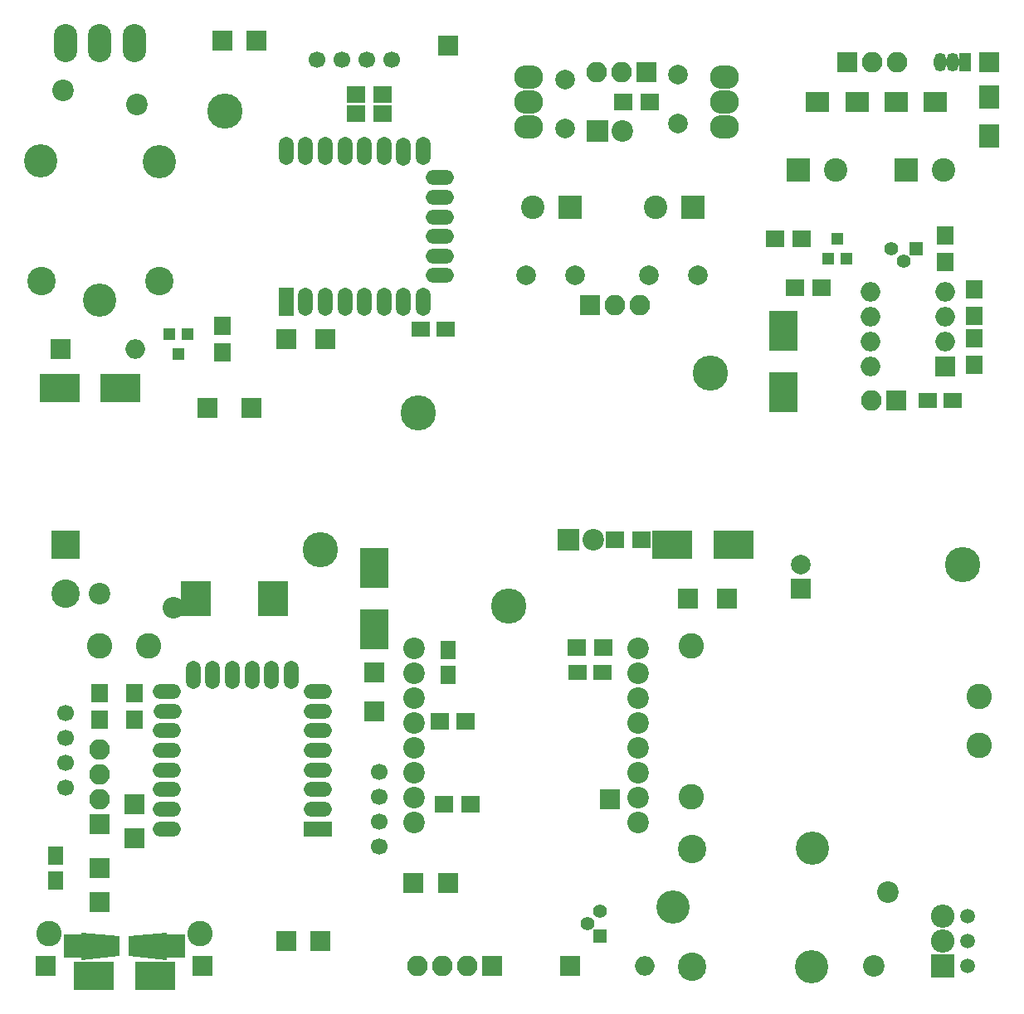
<source format=gts>
G04 #@! TF.FileFunction,Soldermask,Top*
%FSLAX46Y46*%
G04 Gerber Fmt 4.6, Leading zero omitted, Abs format (unit mm)*
G04 Created by KiCad (PCBNEW 4.0.7) date 03/03/18 20:57:52*
%MOMM*%
%LPD*%
G01*
G04 APERTURE LIST*
%ADD10C,0.100000*%
%ADD11C,3.600000*%
%ADD12R,1.500000X2.900000*%
%ADD13O,1.500000X2.900000*%
%ADD14O,2.900000X1.500000*%
%ADD15R,1.900000X1.650000*%
%ADD16R,4.150000X2.900000*%
%ADD17R,1.650000X1.900000*%
%ADD18R,2.900000X4.150000*%
%ADD19R,2.000000X2.000000*%
%ADD20C,2.000000*%
%ADD21R,2.400000X2.400000*%
%ADD22C,2.400000*%
%ADD23R,2.400000X2.000000*%
%ADD24R,2.000000X2.400000*%
%ADD25O,2.000000X2.000000*%
%ADD26R,2.200000X2.200000*%
%ADD27C,2.200000*%
%ADD28R,2.100000X2.100000*%
%ADD29O,2.100000X2.100000*%
%ADD30C,2.900000*%
%ADD31C,3.400000*%
%ADD32C,1.400000*%
%ADD33R,1.400000X1.400000*%
%ADD34R,1.700000X1.900000*%
%ADD35R,1.900000X1.700000*%
%ADD36C,1.700000*%
%ADD37C,2.600000*%
%ADD38R,2.900000X1.500000*%
%ADD39O,1.300000X1.900000*%
%ADD40R,1.300000X1.900000*%
%ADD41O,2.940000X2.432000*%
%ADD42R,2.398980X2.398980*%
%ADD43R,3.100000X3.600000*%
%ADD44R,1.200000X1.300000*%
%ADD45O,2.398980X2.398980*%
%ADD46C,1.500000*%
%ADD47O,2.398980X3.900120*%
%ADD48R,2.900000X2.900000*%
G04 APERTURE END LIST*
D10*
D11*
X149250000Y-160250000D03*
X120250000Y-109750000D03*
X140000000Y-140500000D03*
X169750000Y-136500000D03*
X195500000Y-156000000D03*
D12*
X126500000Y-129200000D03*
D13*
X128500000Y-129200000D03*
X130500000Y-129200000D03*
X132500000Y-129200000D03*
X134500000Y-129200000D03*
X136500000Y-129200000D03*
X138500000Y-129200000D03*
X140500000Y-129200000D03*
X140500000Y-113800000D03*
X138500000Y-113900000D03*
X136500000Y-113800000D03*
X134500000Y-113800000D03*
X132500000Y-113800000D03*
X130500000Y-113800000D03*
X128500000Y-113800000D03*
X126500000Y-113800000D03*
D14*
X142200000Y-126510000D03*
X142200000Y-124510000D03*
X142200000Y-122510000D03*
X142200000Y-120510000D03*
X142200000Y-118510000D03*
X142200000Y-116510000D03*
D15*
X140250000Y-132000000D03*
X142750000Y-132000000D03*
D16*
X103375000Y-138000000D03*
X109625000Y-138000000D03*
D17*
X103000000Y-185750000D03*
X103000000Y-188250000D03*
D16*
X113125000Y-198000000D03*
X106875000Y-198000000D03*
D15*
X158750000Y-167000000D03*
X156250000Y-167000000D03*
D16*
X165875000Y-154000000D03*
X172125000Y-154000000D03*
D18*
X135500000Y-162625000D03*
X135500000Y-156375000D03*
D17*
X143000000Y-164750000D03*
X143000000Y-167250000D03*
D19*
X179000000Y-158500000D03*
D20*
X179000000Y-156000000D03*
D18*
X177250000Y-132125000D03*
X177250000Y-138375000D03*
D20*
X168500000Y-126500000D03*
X163500000Y-126500000D03*
X156000000Y-126500000D03*
X151000000Y-126500000D03*
D15*
X194500000Y-139250000D03*
X192000000Y-139250000D03*
D21*
X168000000Y-119500000D03*
D22*
X164200000Y-119500000D03*
D21*
X155500000Y-119500000D03*
D22*
X151700000Y-119500000D03*
D20*
X166500000Y-106000000D03*
X166500000Y-111000000D03*
X155000000Y-106500000D03*
X155000000Y-111500000D03*
D23*
X180750000Y-108750000D03*
X184750000Y-108750000D03*
X188750000Y-108750000D03*
X192750000Y-108750000D03*
D21*
X178750000Y-115750000D03*
D22*
X182550000Y-115750000D03*
D21*
X189750000Y-115750000D03*
D22*
X193550000Y-115750000D03*
D24*
X198250000Y-108250000D03*
X198250000Y-112250000D03*
D19*
X155500000Y-197000000D03*
D25*
X163120000Y-197000000D03*
D26*
X155300000Y-153450000D03*
D27*
X157840000Y-153450000D03*
D26*
X158250000Y-111750000D03*
D27*
X160790000Y-111750000D03*
D28*
X147500000Y-197000000D03*
D29*
X144960000Y-197000000D03*
X142420000Y-197000000D03*
X139880000Y-197000000D03*
D28*
X157500000Y-129500000D03*
D29*
X160040000Y-129500000D03*
X162580000Y-129500000D03*
D28*
X188750000Y-139250000D03*
D29*
X186210000Y-139250000D03*
D28*
X107500000Y-182500000D03*
D29*
X107500000Y-179960000D03*
X107500000Y-177420000D03*
X107500000Y-174880000D03*
D28*
X163250000Y-105750000D03*
D29*
X160710000Y-105750000D03*
X158170000Y-105750000D03*
D28*
X183750000Y-104750000D03*
D29*
X186290000Y-104750000D03*
X188830000Y-104750000D03*
D30*
X113550000Y-127050000D03*
D31*
X113550000Y-114850000D03*
X101500000Y-114800000D03*
D30*
X101550000Y-127050000D03*
D31*
X107500000Y-129000000D03*
D30*
X167950000Y-197050000D03*
D31*
X180150000Y-197050000D03*
X180200000Y-185000000D03*
D30*
X167950000Y-185050000D03*
D31*
X166000000Y-191000000D03*
D32*
X157230000Y-192730000D03*
X158500000Y-191460000D03*
D33*
X158500000Y-194000000D03*
D32*
X189480000Y-125020000D03*
X188210000Y-123750000D03*
D33*
X190750000Y-123750000D03*
D34*
X120000000Y-134350000D03*
X120000000Y-131650000D03*
D35*
X133650000Y-110000000D03*
X136350000Y-110000000D03*
X133650000Y-108000000D03*
X136350000Y-108000000D03*
X144850000Y-172000000D03*
X142150000Y-172000000D03*
X142650000Y-180500000D03*
X145350000Y-180500000D03*
X156150000Y-164500000D03*
X158850000Y-164500000D03*
X162750000Y-153450000D03*
X160050000Y-153450000D03*
D34*
X196750000Y-135600000D03*
X196750000Y-132900000D03*
X196750000Y-130600000D03*
X196750000Y-127900000D03*
X111000000Y-171850000D03*
X111000000Y-169150000D03*
D35*
X163600000Y-108750000D03*
X160900000Y-108750000D03*
X181100000Y-127750000D03*
X178400000Y-127750000D03*
D34*
X107500000Y-171850000D03*
X107500000Y-169150000D03*
D36*
X137310000Y-104500000D03*
X134770000Y-104500000D03*
X132230000Y-104500000D03*
X129690000Y-104500000D03*
X136000000Y-177190000D03*
X136000000Y-179730000D03*
X136000000Y-182270000D03*
X136000000Y-184810000D03*
X104000000Y-171190000D03*
X104000000Y-173730000D03*
X104000000Y-176270000D03*
X104000000Y-178810000D03*
D27*
X162430000Y-164610000D03*
X139570000Y-164610000D03*
X162430000Y-167150000D03*
X139570000Y-167150000D03*
X162430000Y-169690000D03*
X139570000Y-169690000D03*
X162430000Y-172230000D03*
X139570000Y-172230000D03*
X162430000Y-174770000D03*
X139570000Y-174770000D03*
X162430000Y-177310000D03*
X139570000Y-177310000D03*
X162430000Y-179850000D03*
X139570000Y-179850000D03*
X162430000Y-182390000D03*
X139570000Y-182390000D03*
D37*
X197200000Y-174500000D03*
X197200000Y-169500000D03*
X167800000Y-179700000D03*
X167800000Y-164300000D03*
D19*
X193750000Y-135750000D03*
D25*
X186130000Y-128130000D03*
X193750000Y-133210000D03*
X186130000Y-130670000D03*
X193750000Y-130670000D03*
X186130000Y-133210000D03*
X193750000Y-128130000D03*
X186130000Y-135750000D03*
D38*
X129700000Y-183000000D03*
D14*
X129700000Y-181000000D03*
X129700000Y-179000000D03*
X129700000Y-177000000D03*
X129700000Y-175000000D03*
X129700000Y-173000000D03*
X129700000Y-171000000D03*
X129700000Y-169000000D03*
X114300000Y-169000000D03*
X114400000Y-171000000D03*
X114300000Y-173000000D03*
X114300000Y-175000000D03*
X114300000Y-177000000D03*
X114300000Y-179000000D03*
X114300000Y-181000000D03*
X114300000Y-183000000D03*
D13*
X127010000Y-167300000D03*
X125010000Y-167300000D03*
X123010000Y-167300000D03*
X121010000Y-167300000D03*
X119010000Y-167300000D03*
X117010000Y-167300000D03*
D39*
X194480000Y-104750000D03*
X193210000Y-104750000D03*
D40*
X195750000Y-104750000D03*
D41*
X171250000Y-108750000D03*
X171250000Y-106210000D03*
X171250000Y-111290000D03*
X151250000Y-108750000D03*
X151250000Y-106210000D03*
X151250000Y-111290000D03*
D10*
G36*
X114363060Y-193601120D02*
X114363060Y-196398880D01*
X110462940Y-196000100D01*
X110462940Y-193999900D01*
X114363060Y-193601120D01*
X114363060Y-193601120D01*
G37*
G36*
X105636940Y-196398880D02*
X105636940Y-193601120D01*
X109537060Y-193999900D01*
X109537060Y-196000100D01*
X105636940Y-196398880D01*
X105636940Y-196398880D01*
G37*
D42*
X115001260Y-195000000D03*
X104998740Y-195000000D03*
D28*
X118000000Y-197000000D03*
X123000000Y-140000000D03*
D37*
X107500000Y-164300000D03*
X112500000Y-164300000D03*
X102300000Y-193700000D03*
X117700000Y-193700000D03*
D28*
X118500000Y-140000000D03*
X102000000Y-197000000D03*
X143000000Y-103000000D03*
X130500000Y-133000000D03*
X167500000Y-159500000D03*
X135500000Y-167000000D03*
X171500000Y-159500000D03*
X135500000Y-171000000D03*
X159500000Y-180000000D03*
X130000000Y-194500000D03*
X126500000Y-194500000D03*
X107500000Y-187000000D03*
X198250000Y-104750000D03*
X107500000Y-190500000D03*
X143000000Y-188500000D03*
X111000000Y-180500000D03*
X139500000Y-188500000D03*
X111000000Y-184000000D03*
D43*
X117300000Y-159500000D03*
X125200000Y-159500000D03*
D44*
X116450000Y-132500000D03*
X114550000Y-132500000D03*
X115500000Y-134500000D03*
X181800000Y-124750000D03*
X183700000Y-124750000D03*
X182750000Y-122750000D03*
D45*
X193500000Y-191920000D03*
D42*
X193500000Y-197000000D03*
D45*
X193500000Y-194460000D03*
D46*
X196040000Y-197000000D03*
X196040000Y-194460000D03*
X196040000Y-191920000D03*
D35*
X179100000Y-122750000D03*
X176400000Y-122750000D03*
D34*
X193750000Y-125100000D03*
X193750000Y-122400000D03*
D19*
X103500000Y-134000000D03*
D25*
X111120000Y-134000000D03*
D28*
X126500000Y-133000000D03*
X123500000Y-102500000D03*
X120000000Y-102500000D03*
D11*
X130000000Y-154500000D03*
D47*
X107500000Y-102750000D03*
X111000120Y-102750000D03*
X103999880Y-102750000D03*
D27*
X186500000Y-197000000D03*
X187900000Y-189500000D03*
X107500000Y-159000000D03*
X115000000Y-160400000D03*
X111250000Y-109000000D03*
X103750000Y-107600000D03*
D48*
X104000000Y-154000000D03*
D30*
X104000000Y-159000000D03*
M02*

</source>
